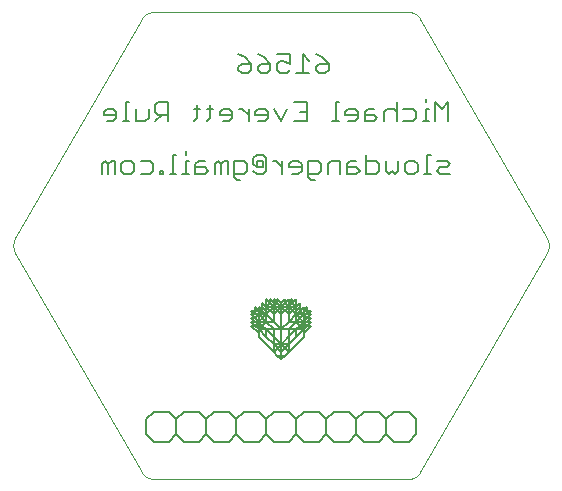
<source format=gbo>
G75*
G70*
%OFA0B0*%
%FSLAX24Y24*%
%IPPOS*%
%LPD*%
%AMOC8*
5,1,8,0,0,1.08239X$1,22.5*
%
%ADD10C,0.0000*%
%ADD11C,0.0060*%
%ADD12C,0.0050*%
D10*
X004378Y000350D02*
X000167Y007644D01*
X000147Y007683D01*
X000130Y007723D01*
X000117Y007765D01*
X000108Y007807D01*
X000102Y007850D01*
X000100Y007894D01*
X000102Y007938D01*
X000108Y007981D01*
X000117Y008023D01*
X000130Y008065D01*
X000147Y008105D01*
X000167Y008144D01*
X004378Y015438D01*
X004401Y015475D01*
X004428Y015509D01*
X004457Y015542D01*
X004490Y015571D01*
X004524Y015598D01*
X004561Y015621D01*
X004600Y015641D01*
X004640Y015658D01*
X004682Y015671D01*
X004724Y015680D01*
X004767Y015686D01*
X004811Y015688D01*
X013234Y015688D01*
X013667Y015438D02*
X017878Y008144D01*
X017898Y008105D01*
X017915Y008065D01*
X017928Y008023D01*
X017937Y007981D01*
X017943Y007938D01*
X017945Y007894D01*
X017943Y007850D01*
X017937Y007807D01*
X017928Y007765D01*
X017915Y007723D01*
X017898Y007683D01*
X017878Y007644D01*
X013667Y000350D01*
X013234Y000100D02*
X004811Y000100D01*
X004767Y000102D01*
X004724Y000108D01*
X004682Y000117D01*
X004640Y000130D01*
X004600Y000147D01*
X004561Y000167D01*
X004524Y000190D01*
X004490Y000217D01*
X004457Y000246D01*
X004428Y000279D01*
X004401Y000313D01*
X004378Y000350D01*
X013234Y000100D02*
X013278Y000102D01*
X013321Y000108D01*
X013363Y000117D01*
X013405Y000130D01*
X013445Y000147D01*
X013484Y000167D01*
X013521Y000190D01*
X013555Y000217D01*
X013588Y000246D01*
X013617Y000279D01*
X013644Y000313D01*
X013667Y000350D01*
X013667Y015438D02*
X013644Y015475D01*
X013617Y015509D01*
X013588Y015542D01*
X013555Y015571D01*
X013521Y015598D01*
X013484Y015621D01*
X013445Y015641D01*
X013405Y015658D01*
X013363Y015671D01*
X013321Y015680D01*
X013278Y015686D01*
X013234Y015688D01*
D11*
X010604Y013950D02*
X010604Y013737D01*
X010497Y013630D01*
X010284Y013630D01*
X010177Y013737D01*
X010177Y013844D01*
X010284Y013950D01*
X010604Y013950D01*
X010391Y014164D01*
X010177Y014271D01*
X009959Y014057D02*
X009746Y014271D01*
X009746Y013630D01*
X009959Y013630D02*
X009532Y013630D01*
X009315Y013737D02*
X009208Y013630D01*
X008995Y013630D01*
X008888Y013737D01*
X008888Y013950D01*
X008995Y014057D01*
X009101Y014057D01*
X009315Y013950D01*
X009315Y014271D01*
X008888Y014271D01*
X008670Y013950D02*
X008350Y013950D01*
X008243Y013844D01*
X008243Y013737D01*
X008350Y013630D01*
X008564Y013630D01*
X008670Y013737D01*
X008670Y013950D01*
X008457Y014164D01*
X008243Y014271D01*
X008026Y013950D02*
X007706Y013950D01*
X007599Y013844D01*
X007599Y013737D01*
X007706Y013630D01*
X007919Y013630D01*
X008026Y013737D01*
X008026Y013950D01*
X007812Y014164D01*
X007599Y014271D01*
X009444Y012671D02*
X009871Y012671D01*
X009871Y012030D01*
X009444Y012030D01*
X009657Y012350D02*
X009871Y012350D01*
X009226Y012457D02*
X009013Y012030D01*
X008799Y012457D01*
X008582Y012350D02*
X008475Y012457D01*
X008261Y012457D01*
X008154Y012350D01*
X008154Y012244D01*
X008582Y012244D01*
X008582Y012350D02*
X008582Y012137D01*
X008475Y012030D01*
X008261Y012030D01*
X007937Y012030D02*
X007937Y012457D01*
X007937Y012244D02*
X007723Y012457D01*
X007617Y012457D01*
X007400Y012350D02*
X007293Y012457D01*
X007080Y012457D01*
X006973Y012350D01*
X006973Y012244D01*
X007400Y012244D01*
X007400Y012350D02*
X007400Y012137D01*
X007293Y012030D01*
X007080Y012030D01*
X006649Y012137D02*
X006542Y012030D01*
X006649Y012137D02*
X006649Y012564D01*
X006755Y012457D02*
X006542Y012457D01*
X006326Y012457D02*
X006112Y012457D01*
X006219Y012564D02*
X006219Y012137D01*
X006112Y012030D01*
X005251Y012030D02*
X005251Y012671D01*
X004931Y012671D01*
X004824Y012564D01*
X004824Y012350D01*
X004931Y012244D01*
X005251Y012244D01*
X005038Y012244D02*
X004824Y012030D01*
X004607Y012137D02*
X004500Y012030D01*
X004180Y012030D01*
X004180Y012457D01*
X003962Y012671D02*
X003855Y012671D01*
X003855Y012030D01*
X003749Y012030D02*
X003962Y012030D01*
X003533Y012137D02*
X003533Y012350D01*
X003426Y012457D01*
X003212Y012457D01*
X003106Y012350D01*
X003106Y012244D01*
X003533Y012244D01*
X003533Y012137D02*
X003426Y012030D01*
X003212Y012030D01*
X004607Y012137D02*
X004607Y012457D01*
X005413Y010921D02*
X005413Y010280D01*
X005520Y010280D02*
X005306Y010280D01*
X005090Y010280D02*
X004983Y010280D01*
X004983Y010387D01*
X005090Y010387D01*
X005090Y010280D01*
X004768Y010387D02*
X004768Y010600D01*
X004661Y010707D01*
X004341Y010707D01*
X004123Y010600D02*
X004123Y010387D01*
X004017Y010280D01*
X003803Y010280D01*
X003696Y010387D01*
X003696Y010600D01*
X003803Y010707D01*
X004017Y010707D01*
X004123Y010600D01*
X004341Y010280D02*
X004661Y010280D01*
X004768Y010387D01*
X005413Y010921D02*
X005520Y010921D01*
X005843Y010921D02*
X005843Y011027D01*
X005843Y010707D02*
X005843Y010280D01*
X005950Y010280D02*
X005736Y010280D01*
X006167Y010280D02*
X006167Y010600D01*
X006274Y010707D01*
X006487Y010707D01*
X006487Y010494D02*
X006167Y010494D01*
X006167Y010280D02*
X006487Y010280D01*
X006594Y010387D01*
X006487Y010494D01*
X006812Y010600D02*
X006812Y010280D01*
X007025Y010280D02*
X007025Y010600D01*
X006918Y010707D01*
X006812Y010600D01*
X007025Y010600D02*
X007132Y010707D01*
X007239Y010707D01*
X007239Y010280D01*
X007456Y010280D02*
X007777Y010280D01*
X007883Y010387D01*
X007883Y010600D01*
X007777Y010707D01*
X007456Y010707D01*
X007456Y010173D01*
X007563Y010066D01*
X007670Y010066D01*
X008101Y010387D02*
X008208Y010280D01*
X008421Y010280D01*
X008528Y010387D01*
X008528Y010814D01*
X008421Y010921D01*
X008208Y010921D01*
X008101Y010814D01*
X008101Y010600D01*
X008208Y010494D01*
X008208Y010707D01*
X008421Y010707D01*
X008421Y010494D01*
X008208Y010494D01*
X008745Y010707D02*
X008851Y010707D01*
X009065Y010494D01*
X009065Y010707D02*
X009065Y010280D01*
X009282Y010494D02*
X009709Y010494D01*
X009709Y010600D02*
X009603Y010707D01*
X009389Y010707D01*
X009282Y010600D01*
X009282Y010494D01*
X009389Y010280D02*
X009603Y010280D01*
X009709Y010387D01*
X009709Y010600D01*
X009927Y010707D02*
X010247Y010707D01*
X010354Y010600D01*
X010354Y010387D01*
X010247Y010280D01*
X009927Y010280D01*
X009927Y010173D02*
X009927Y010707D01*
X009927Y010173D02*
X010034Y010066D01*
X010141Y010066D01*
X010572Y010280D02*
X010572Y010600D01*
X010678Y010707D01*
X010999Y010707D01*
X010999Y010280D01*
X011216Y010280D02*
X011536Y010280D01*
X011643Y010387D01*
X011536Y010494D01*
X011216Y010494D01*
X011216Y010600D02*
X011216Y010280D01*
X011216Y010600D02*
X011323Y010707D01*
X011536Y010707D01*
X011861Y010707D02*
X012181Y010707D01*
X012288Y010600D01*
X012288Y010387D01*
X012181Y010280D01*
X011861Y010280D01*
X011861Y010921D01*
X012505Y010707D02*
X012505Y010387D01*
X012612Y010280D01*
X012719Y010387D01*
X012825Y010280D01*
X012932Y010387D01*
X012932Y010707D01*
X013150Y010600D02*
X013257Y010707D01*
X013470Y010707D01*
X013577Y010600D01*
X013577Y010387D01*
X013470Y010280D01*
X013257Y010280D01*
X013150Y010387D01*
X013150Y010600D01*
X013793Y010280D02*
X014006Y010280D01*
X013900Y010280D02*
X013900Y010921D01*
X014006Y010921D01*
X014224Y010707D02*
X014544Y010707D01*
X014651Y010600D01*
X014544Y010494D01*
X014331Y010494D01*
X014224Y010387D01*
X014331Y010280D01*
X014651Y010280D01*
X014597Y012030D02*
X014597Y012671D01*
X014384Y012457D01*
X014170Y012671D01*
X014170Y012030D01*
X013953Y012030D02*
X013739Y012030D01*
X013846Y012030D02*
X013846Y012457D01*
X013953Y012457D01*
X013846Y012671D02*
X013846Y012777D01*
X013523Y012350D02*
X013523Y012137D01*
X013416Y012030D01*
X013096Y012030D01*
X012879Y012030D02*
X012879Y012671D01*
X012772Y012457D02*
X012558Y012457D01*
X012451Y012350D01*
X012451Y012030D01*
X012234Y012137D02*
X012127Y012244D01*
X011807Y012244D01*
X011807Y012350D02*
X011807Y012030D01*
X012127Y012030D01*
X012234Y012137D01*
X012127Y012457D02*
X011914Y012457D01*
X011807Y012350D01*
X011589Y012350D02*
X011483Y012457D01*
X011269Y012457D01*
X011162Y012350D01*
X011162Y012244D01*
X011589Y012244D01*
X011589Y012350D02*
X011589Y012137D01*
X011483Y012030D01*
X011269Y012030D01*
X010945Y012030D02*
X010731Y012030D01*
X010838Y012030D02*
X010838Y012671D01*
X010945Y012671D01*
X012772Y012457D02*
X012879Y012350D01*
X013096Y012457D02*
X013416Y012457D01*
X013523Y012350D01*
X005950Y010707D02*
X005843Y010707D01*
X003479Y010707D02*
X003479Y010280D01*
X003265Y010280D02*
X003265Y010600D01*
X003159Y010707D01*
X003052Y010600D01*
X003052Y010280D01*
X003265Y010600D02*
X003372Y010707D01*
X003479Y010707D01*
X004773Y002350D02*
X004523Y002100D01*
X004523Y001600D01*
X004773Y001350D01*
X005273Y001350D01*
X005523Y001600D01*
X005773Y001350D01*
X006273Y001350D01*
X006523Y001600D01*
X006773Y001350D01*
X007273Y001350D01*
X007523Y001600D01*
X007773Y001350D01*
X008273Y001350D01*
X008523Y001600D01*
X008773Y001350D01*
X009273Y001350D01*
X009523Y001600D01*
X009773Y001350D01*
X010273Y001350D01*
X010523Y001600D01*
X010773Y001350D01*
X011273Y001350D01*
X011523Y001600D01*
X011773Y001350D01*
X012273Y001350D01*
X012523Y001600D01*
X012773Y001350D01*
X013273Y001350D01*
X013523Y001600D01*
X013523Y002100D01*
X013273Y002350D01*
X012773Y002350D01*
X012523Y002100D01*
X012523Y001600D01*
X012523Y002100D01*
X012273Y002350D01*
X011773Y002350D01*
X011523Y002100D01*
X011523Y001600D01*
X011523Y002100D01*
X011273Y002350D01*
X010773Y002350D01*
X010523Y002100D01*
X010523Y001600D01*
X010523Y002100D01*
X010273Y002350D01*
X009773Y002350D01*
X009523Y002100D01*
X009523Y001600D01*
X009523Y002100D01*
X009273Y002350D01*
X008773Y002350D01*
X008523Y002100D01*
X008523Y001600D01*
X008523Y002100D01*
X008273Y002350D01*
X007773Y002350D01*
X007523Y002100D01*
X007523Y001600D01*
X007523Y002100D01*
X007273Y002350D01*
X006773Y002350D01*
X006523Y002100D01*
X006523Y001600D01*
X006523Y002100D01*
X006273Y002350D01*
X005773Y002350D01*
X005523Y002100D01*
X005523Y001600D01*
X005523Y002100D01*
X005273Y002350D01*
X004773Y002350D01*
D12*
X008273Y004850D02*
X008773Y004350D01*
X008773Y005100D01*
X008523Y005100D01*
X008523Y004850D01*
X008273Y005100D01*
X008273Y005350D01*
X008273Y005600D01*
X008148Y005475D01*
X008023Y005475D01*
X008148Y005350D01*
X008023Y005350D01*
X008148Y005225D01*
X008523Y005600D01*
X008773Y005850D01*
X009273Y005850D01*
X009523Y005600D01*
X009898Y005225D01*
X009648Y005225D01*
X009523Y005100D01*
X009523Y004850D01*
X009773Y005100D01*
X009773Y005350D01*
X009773Y005600D01*
X009648Y005725D01*
X009648Y005850D01*
X009648Y005975D01*
X009523Y005850D01*
X009398Y005975D01*
X009398Y006100D01*
X009273Y005975D01*
X009273Y006100D01*
X009148Y005975D01*
X009273Y005850D01*
X009523Y005850D01*
X009273Y005600D01*
X009023Y005850D01*
X008773Y005600D01*
X008523Y005850D01*
X008398Y005975D01*
X008398Y005850D01*
X008398Y005725D01*
X008273Y005600D01*
X008523Y005600D01*
X008523Y005350D01*
X008773Y005100D01*
X009023Y005100D01*
X009273Y005100D01*
X009273Y004600D01*
X009273Y004350D01*
X008523Y005100D01*
X008398Y005225D01*
X008148Y005225D01*
X008023Y005225D01*
X008273Y004975D01*
X008273Y004850D01*
X008273Y004975D02*
X008273Y005100D01*
X008523Y005100D01*
X008398Y005225D02*
X008273Y005350D01*
X008148Y005475D01*
X008023Y005600D01*
X008148Y005600D01*
X008023Y005725D01*
X008148Y005725D01*
X008148Y005850D01*
X008273Y005725D01*
X008148Y005725D01*
X008148Y005600D01*
X008273Y005600D01*
X008273Y005725D01*
X008273Y005850D01*
X008398Y005725D01*
X008523Y005600D01*
X008523Y005725D01*
X008398Y005850D01*
X008523Y005850D02*
X008523Y005725D01*
X008523Y005600D02*
X008773Y005350D01*
X008523Y005350D01*
X008398Y005225D01*
X008273Y005100D01*
X008148Y005225D01*
X008148Y005350D02*
X008273Y005350D01*
X008523Y005350D01*
X008273Y005600D01*
X008523Y005850D02*
X008648Y005975D01*
X008648Y006100D01*
X008773Y005975D01*
X008773Y005850D01*
X008523Y005850D01*
X008523Y006100D01*
X008648Y005975D01*
X008773Y005850D01*
X008898Y005975D01*
X008898Y006100D01*
X009023Y005975D01*
X009023Y005850D01*
X009023Y005600D01*
X009273Y005850D01*
X009273Y005975D01*
X009398Y005975D02*
X009523Y006100D01*
X009523Y005850D01*
X009523Y005725D01*
X009648Y005850D01*
X009773Y005850D02*
X009773Y005725D01*
X009898Y005850D01*
X009898Y005725D01*
X010023Y005725D01*
X009898Y005600D01*
X009898Y005725D01*
X009773Y005725D01*
X009773Y005600D01*
X009898Y005475D01*
X010023Y005475D01*
X009898Y005350D01*
X010023Y005350D01*
X009898Y005225D01*
X010023Y005225D01*
X009773Y004975D01*
X009773Y004850D01*
X009273Y004350D01*
X009148Y004225D01*
X008898Y004225D01*
X008773Y004350D01*
X009523Y005100D01*
X009773Y005100D01*
X009773Y004975D01*
X009773Y005100D02*
X009648Y005225D01*
X009773Y005350D01*
X009898Y005475D01*
X010023Y005600D01*
X009898Y005600D01*
X009773Y005600D01*
X009523Y005600D01*
X009523Y005350D01*
X009273Y005100D01*
X009523Y005100D01*
X009648Y005225D02*
X009523Y005350D01*
X009773Y005600D01*
X009648Y005725D02*
X009773Y005850D01*
X009648Y005725D02*
X009523Y005600D01*
X009523Y005725D01*
X009523Y005600D02*
X009273Y005350D01*
X009523Y005350D01*
X009773Y005350D01*
X009898Y005350D01*
X009898Y005225D02*
X009773Y005100D01*
X009523Y004850D02*
X009273Y004600D01*
X008773Y004600D01*
X008523Y004850D01*
X008773Y004600D02*
X009023Y004350D01*
X009273Y004600D01*
X009023Y004350D02*
X009023Y005100D01*
X009273Y005350D01*
X009273Y005600D01*
X009273Y005850D01*
X009398Y005975D01*
X009148Y005975D02*
X009148Y006100D01*
X009023Y005975D01*
X009148Y005975D02*
X009023Y005850D01*
X008898Y005975D01*
X008773Y006100D01*
X008773Y005975D01*
X008773Y005850D02*
X008773Y005600D01*
X008773Y005350D01*
X009023Y005100D01*
X009023Y005600D01*
X008773Y005850D01*
X009023Y004350D02*
X009023Y004100D01*
X008898Y004225D01*
X009023Y004100D02*
X009148Y004225D01*
M02*

</source>
